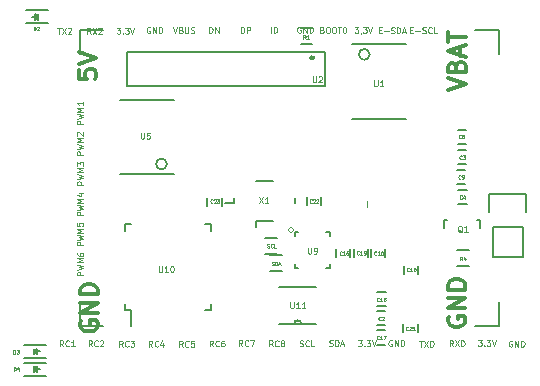
<source format=gbr>
G04 #@! TF.FileFunction,Legend,Top*
%FSLAX46Y46*%
G04 Gerber Fmt 4.6, Leading zero omitted, Abs format (unit mm)*
G04 Created by KiCad (PCBNEW 4.0.0-rc2-stable) date 6/30/2016 5:54:54 PM*
%MOMM*%
G01*
G04 APERTURE LIST*
%ADD10C,0.100000*%
%ADD11C,0.125000*%
%ADD12C,0.075000*%
%ADD13C,0.300000*%
%ADD14C,0.150000*%
%ADD15C,0.152400*%
%ADD16C,0.127000*%
%ADD17C,0.203200*%
%ADD18C,0.304800*%
G04 APERTURE END LIST*
D10*
D11*
X75892858Y-62414286D02*
X76059524Y-62414286D01*
X76130953Y-62676190D02*
X75892858Y-62676190D01*
X75892858Y-62176190D01*
X76130953Y-62176190D01*
X76345239Y-62485714D02*
X76726191Y-62485714D01*
X76940477Y-62652381D02*
X77011906Y-62676190D01*
X77130953Y-62676190D01*
X77178572Y-62652381D01*
X77202382Y-62628571D01*
X77226191Y-62580952D01*
X77226191Y-62533333D01*
X77202382Y-62485714D01*
X77178572Y-62461905D01*
X77130953Y-62438095D01*
X77035715Y-62414286D01*
X76988096Y-62390476D01*
X76964287Y-62366667D01*
X76940477Y-62319048D01*
X76940477Y-62271429D01*
X76964287Y-62223810D01*
X76988096Y-62200000D01*
X77035715Y-62176190D01*
X77154763Y-62176190D01*
X77226191Y-62200000D01*
X77726191Y-62628571D02*
X77702381Y-62652381D01*
X77630953Y-62676190D01*
X77583334Y-62676190D01*
X77511905Y-62652381D01*
X77464286Y-62604762D01*
X77440477Y-62557143D01*
X77416667Y-62461905D01*
X77416667Y-62390476D01*
X77440477Y-62295238D01*
X77464286Y-62247619D01*
X77511905Y-62200000D01*
X77583334Y-62176190D01*
X77630953Y-62176190D01*
X77702381Y-62200000D01*
X77726191Y-62223810D01*
X78178572Y-62676190D02*
X77940477Y-62676190D01*
X77940477Y-62176190D01*
X73240953Y-62424286D02*
X73407619Y-62424286D01*
X73479048Y-62686190D02*
X73240953Y-62686190D01*
X73240953Y-62186190D01*
X73479048Y-62186190D01*
X73693334Y-62495714D02*
X74074286Y-62495714D01*
X74288572Y-62662381D02*
X74360001Y-62686190D01*
X74479048Y-62686190D01*
X74526667Y-62662381D01*
X74550477Y-62638571D01*
X74574286Y-62590952D01*
X74574286Y-62543333D01*
X74550477Y-62495714D01*
X74526667Y-62471905D01*
X74479048Y-62448095D01*
X74383810Y-62424286D01*
X74336191Y-62400476D01*
X74312382Y-62376667D01*
X74288572Y-62329048D01*
X74288572Y-62281429D01*
X74312382Y-62233810D01*
X74336191Y-62210000D01*
X74383810Y-62186190D01*
X74502858Y-62186190D01*
X74574286Y-62210000D01*
X74788572Y-62686190D02*
X74788572Y-62186190D01*
X74907619Y-62186190D01*
X74979048Y-62210000D01*
X75026667Y-62257619D01*
X75050476Y-62305238D01*
X75074286Y-62400476D01*
X75074286Y-62471905D01*
X75050476Y-62567143D01*
X75026667Y-62614762D01*
X74979048Y-62662381D01*
X74907619Y-62686190D01*
X74788572Y-62686190D01*
X75264762Y-62543333D02*
X75502857Y-62543333D01*
X75217143Y-62686190D02*
X75383810Y-62186190D01*
X75550476Y-62686190D01*
X72849048Y-66666190D02*
X72849048Y-67070952D01*
X72872857Y-67118571D01*
X72896667Y-67142381D01*
X72944286Y-67166190D01*
X73039524Y-67166190D01*
X73087143Y-67142381D01*
X73110952Y-67118571D01*
X73134762Y-67070952D01*
X73134762Y-66666190D01*
X73634762Y-67166190D02*
X73349048Y-67166190D01*
X73491905Y-67166190D02*
X73491905Y-66666190D01*
X73444286Y-66737619D01*
X73396667Y-66785238D01*
X73349048Y-66809048D01*
X53079048Y-71106190D02*
X53079048Y-71510952D01*
X53102857Y-71558571D01*
X53126667Y-71582381D01*
X53174286Y-71606190D01*
X53269524Y-71606190D01*
X53317143Y-71582381D01*
X53340952Y-71558571D01*
X53364762Y-71510952D01*
X53364762Y-71106190D01*
X53840953Y-71106190D02*
X53602858Y-71106190D01*
X53579048Y-71344286D01*
X53602858Y-71320476D01*
X53650477Y-71296667D01*
X53769524Y-71296667D01*
X53817143Y-71320476D01*
X53840953Y-71344286D01*
X53864762Y-71391905D01*
X53864762Y-71510952D01*
X53840953Y-71558571D01*
X53817143Y-71582381D01*
X53769524Y-71606190D01*
X53650477Y-71606190D01*
X53602858Y-71582381D01*
X53579048Y-71558571D01*
X54620953Y-82396190D02*
X54620953Y-82800952D01*
X54644762Y-82848571D01*
X54668572Y-82872381D01*
X54716191Y-82896190D01*
X54811429Y-82896190D01*
X54859048Y-82872381D01*
X54882857Y-82848571D01*
X54906667Y-82800952D01*
X54906667Y-82396190D01*
X55406667Y-82896190D02*
X55120953Y-82896190D01*
X55263810Y-82896190D02*
X55263810Y-82396190D01*
X55216191Y-82467619D01*
X55168572Y-82515238D01*
X55120953Y-82539048D01*
X55716191Y-82396190D02*
X55763810Y-82396190D01*
X55811429Y-82420000D01*
X55835238Y-82443810D01*
X55859048Y-82491429D01*
X55882857Y-82586667D01*
X55882857Y-82705714D01*
X55859048Y-82800952D01*
X55835238Y-82848571D01*
X55811429Y-82872381D01*
X55763810Y-82896190D01*
X55716191Y-82896190D01*
X55668572Y-82872381D01*
X55644762Y-82848571D01*
X55620953Y-82800952D01*
X55597143Y-82705714D01*
X55597143Y-82586667D01*
X55620953Y-82491429D01*
X55644762Y-82443810D01*
X55668572Y-82420000D01*
X55716191Y-82396190D01*
X67649048Y-66306190D02*
X67649048Y-66710952D01*
X67672857Y-66758571D01*
X67696667Y-66782381D01*
X67744286Y-66806190D01*
X67839524Y-66806190D01*
X67887143Y-66782381D01*
X67910952Y-66758571D01*
X67934762Y-66710952D01*
X67934762Y-66306190D01*
X68149048Y-66353810D02*
X68172858Y-66330000D01*
X68220477Y-66306190D01*
X68339524Y-66306190D01*
X68387143Y-66330000D01*
X68410953Y-66353810D01*
X68434762Y-66401429D01*
X68434762Y-66449048D01*
X68410953Y-66520476D01*
X68125239Y-66806190D01*
X68434762Y-66806190D01*
X63105239Y-76536190D02*
X63438572Y-77036190D01*
X63438572Y-76536190D02*
X63105239Y-77036190D01*
X63890952Y-77036190D02*
X63605238Y-77036190D01*
X63748095Y-77036190D02*
X63748095Y-76536190D01*
X63700476Y-76607619D01*
X63652857Y-76655238D01*
X63605238Y-76679048D01*
D12*
X59167143Y-77007143D02*
X59152857Y-77021429D01*
X59110000Y-77035714D01*
X59081429Y-77035714D01*
X59038572Y-77021429D01*
X59010000Y-76992857D01*
X58995715Y-76964286D01*
X58981429Y-76907143D01*
X58981429Y-76864286D01*
X58995715Y-76807143D01*
X59010000Y-76778571D01*
X59038572Y-76750000D01*
X59081429Y-76735714D01*
X59110000Y-76735714D01*
X59152857Y-76750000D01*
X59167143Y-76764286D01*
X59281429Y-76764286D02*
X59295715Y-76750000D01*
X59324286Y-76735714D01*
X59395715Y-76735714D01*
X59424286Y-76750000D01*
X59438572Y-76764286D01*
X59452857Y-76792857D01*
X59452857Y-76821429D01*
X59438572Y-76864286D01*
X59267143Y-77035714D01*
X59452857Y-77035714D01*
X59552857Y-76735714D02*
X59738571Y-76735714D01*
X59638571Y-76850000D01*
X59681429Y-76850000D01*
X59710000Y-76864286D01*
X59724286Y-76878571D01*
X59738571Y-76907143D01*
X59738571Y-76978571D01*
X59724286Y-77007143D01*
X59710000Y-77021429D01*
X59681429Y-77035714D01*
X59595714Y-77035714D01*
X59567143Y-77021429D01*
X59552857Y-77007143D01*
X67567143Y-77017143D02*
X67552857Y-77031429D01*
X67510000Y-77045714D01*
X67481429Y-77045714D01*
X67438572Y-77031429D01*
X67410000Y-77002857D01*
X67395715Y-76974286D01*
X67381429Y-76917143D01*
X67381429Y-76874286D01*
X67395715Y-76817143D01*
X67410000Y-76788571D01*
X67438572Y-76760000D01*
X67481429Y-76745714D01*
X67510000Y-76745714D01*
X67552857Y-76760000D01*
X67567143Y-76774286D01*
X67681429Y-76774286D02*
X67695715Y-76760000D01*
X67724286Y-76745714D01*
X67795715Y-76745714D01*
X67824286Y-76760000D01*
X67838572Y-76774286D01*
X67852857Y-76802857D01*
X67852857Y-76831429D01*
X67838572Y-76874286D01*
X67667143Y-77045714D01*
X67852857Y-77045714D01*
X67967143Y-76774286D02*
X67981429Y-76760000D01*
X68010000Y-76745714D01*
X68081429Y-76745714D01*
X68110000Y-76760000D01*
X68124286Y-76774286D01*
X68138571Y-76802857D01*
X68138571Y-76831429D01*
X68124286Y-76874286D01*
X67952857Y-77045714D01*
X68138571Y-77045714D01*
D11*
X72270001Y-77366190D02*
X72270001Y-76866190D01*
X67249048Y-80836190D02*
X67249048Y-81240952D01*
X67272857Y-81288571D01*
X67296667Y-81312381D01*
X67344286Y-81336190D01*
X67439524Y-81336190D01*
X67487143Y-81312381D01*
X67510952Y-81288571D01*
X67534762Y-81240952D01*
X67534762Y-80836190D01*
X67796667Y-81336190D02*
X67891905Y-81336190D01*
X67939524Y-81312381D01*
X67963334Y-81288571D01*
X68010953Y-81217143D01*
X68034762Y-81121905D01*
X68034762Y-80931429D01*
X68010953Y-80883810D01*
X67987143Y-80860000D01*
X67939524Y-80836190D01*
X67844286Y-80836190D01*
X67796667Y-80860000D01*
X67772858Y-80883810D01*
X67749048Y-80931429D01*
X67749048Y-81050476D01*
X67772858Y-81098095D01*
X67796667Y-81121905D01*
X67844286Y-81145714D01*
X67939524Y-81145714D01*
X67987143Y-81121905D01*
X68010953Y-81098095D01*
X68034762Y-81050476D01*
X65750953Y-85456190D02*
X65750953Y-85860952D01*
X65774762Y-85908571D01*
X65798572Y-85932381D01*
X65846191Y-85956190D01*
X65941429Y-85956190D01*
X65989048Y-85932381D01*
X66012857Y-85908571D01*
X66036667Y-85860952D01*
X66036667Y-85456190D01*
X66536667Y-85956190D02*
X66250953Y-85956190D01*
X66393810Y-85956190D02*
X66393810Y-85456190D01*
X66346191Y-85527619D01*
X66298572Y-85575238D01*
X66250953Y-85599048D01*
X67012857Y-85956190D02*
X66727143Y-85956190D01*
X66870000Y-85956190D02*
X66870000Y-85456190D01*
X66822381Y-85527619D01*
X66774762Y-85575238D01*
X66727143Y-85599048D01*
D12*
X64175715Y-82311429D02*
X64218572Y-82325714D01*
X64290001Y-82325714D01*
X64318572Y-82311429D01*
X64332858Y-82297143D01*
X64347143Y-82268571D01*
X64347143Y-82240000D01*
X64332858Y-82211429D01*
X64318572Y-82197143D01*
X64290001Y-82182857D01*
X64232858Y-82168571D01*
X64204286Y-82154286D01*
X64190001Y-82140000D01*
X64175715Y-82111429D01*
X64175715Y-82082857D01*
X64190001Y-82054286D01*
X64204286Y-82040000D01*
X64232858Y-82025714D01*
X64304286Y-82025714D01*
X64347143Y-82040000D01*
X64475715Y-82325714D02*
X64475715Y-82025714D01*
X64547143Y-82025714D01*
X64590000Y-82040000D01*
X64618572Y-82068571D01*
X64632857Y-82097143D01*
X64647143Y-82154286D01*
X64647143Y-82197143D01*
X64632857Y-82254286D01*
X64618572Y-82282857D01*
X64590000Y-82311429D01*
X64547143Y-82325714D01*
X64475715Y-82325714D01*
X64761429Y-82240000D02*
X64904286Y-82240000D01*
X64732857Y-82325714D02*
X64832857Y-82025714D01*
X64932857Y-82325714D01*
X63792858Y-80821429D02*
X63835715Y-80835714D01*
X63907144Y-80835714D01*
X63935715Y-80821429D01*
X63950001Y-80807143D01*
X63964286Y-80778571D01*
X63964286Y-80750000D01*
X63950001Y-80721429D01*
X63935715Y-80707143D01*
X63907144Y-80692857D01*
X63850001Y-80678571D01*
X63821429Y-80664286D01*
X63807144Y-80650000D01*
X63792858Y-80621429D01*
X63792858Y-80592857D01*
X63807144Y-80564286D01*
X63821429Y-80550000D01*
X63850001Y-80535714D01*
X63921429Y-80535714D01*
X63964286Y-80550000D01*
X64264286Y-80807143D02*
X64250000Y-80821429D01*
X64207143Y-80835714D01*
X64178572Y-80835714D01*
X64135715Y-80821429D01*
X64107143Y-80792857D01*
X64092858Y-80764286D01*
X64078572Y-80707143D01*
X64078572Y-80664286D01*
X64092858Y-80607143D01*
X64107143Y-80578571D01*
X64135715Y-80550000D01*
X64178572Y-80535714D01*
X64207143Y-80535714D01*
X64250000Y-80550000D01*
X64264286Y-80564286D01*
X64535715Y-80835714D02*
X64392858Y-80835714D01*
X64392858Y-80535714D01*
X75737143Y-87787143D02*
X75722857Y-87801429D01*
X75680000Y-87815714D01*
X75651429Y-87815714D01*
X75608572Y-87801429D01*
X75580000Y-87772857D01*
X75565715Y-87744286D01*
X75551429Y-87687143D01*
X75551429Y-87644286D01*
X75565715Y-87587143D01*
X75580000Y-87558571D01*
X75608572Y-87530000D01*
X75651429Y-87515714D01*
X75680000Y-87515714D01*
X75722857Y-87530000D01*
X75737143Y-87544286D01*
X75851429Y-87544286D02*
X75865715Y-87530000D01*
X75894286Y-87515714D01*
X75965715Y-87515714D01*
X75994286Y-87530000D01*
X76008572Y-87544286D01*
X76022857Y-87572857D01*
X76022857Y-87601429D01*
X76008572Y-87644286D01*
X75837143Y-87815714D01*
X76022857Y-87815714D01*
X76308571Y-87815714D02*
X76137143Y-87815714D01*
X76222857Y-87815714D02*
X76222857Y-87515714D01*
X76194286Y-87558571D01*
X76165714Y-87587143D01*
X76137143Y-87601429D01*
X73257143Y-88577143D02*
X73242857Y-88591429D01*
X73200000Y-88605714D01*
X73171429Y-88605714D01*
X73128572Y-88591429D01*
X73100000Y-88562857D01*
X73085715Y-88534286D01*
X73071429Y-88477143D01*
X73071429Y-88434286D01*
X73085715Y-88377143D01*
X73100000Y-88348571D01*
X73128572Y-88320000D01*
X73171429Y-88305714D01*
X73200000Y-88305714D01*
X73242857Y-88320000D01*
X73257143Y-88334286D01*
X73542857Y-88605714D02*
X73371429Y-88605714D01*
X73457143Y-88605714D02*
X73457143Y-88305714D01*
X73428572Y-88348571D01*
X73400000Y-88377143D01*
X73371429Y-88391429D01*
X73642857Y-88305714D02*
X73842857Y-88305714D01*
X73714286Y-88605714D01*
X73400000Y-86957143D02*
X73385714Y-86971429D01*
X73342857Y-86985714D01*
X73314286Y-86985714D01*
X73271429Y-86971429D01*
X73242857Y-86942857D01*
X73228572Y-86914286D01*
X73214286Y-86857143D01*
X73214286Y-86814286D01*
X73228572Y-86757143D01*
X73242857Y-86728571D01*
X73271429Y-86700000D01*
X73314286Y-86685714D01*
X73342857Y-86685714D01*
X73385714Y-86700000D01*
X73400000Y-86714286D01*
X73514286Y-86714286D02*
X73528572Y-86700000D01*
X73557143Y-86685714D01*
X73628572Y-86685714D01*
X73657143Y-86700000D01*
X73671429Y-86714286D01*
X73685714Y-86742857D01*
X73685714Y-86771429D01*
X73671429Y-86814286D01*
X73500000Y-86985714D01*
X73685714Y-86985714D01*
X73247143Y-85337143D02*
X73232857Y-85351429D01*
X73190000Y-85365714D01*
X73161429Y-85365714D01*
X73118572Y-85351429D01*
X73090000Y-85322857D01*
X73075715Y-85294286D01*
X73061429Y-85237143D01*
X73061429Y-85194286D01*
X73075715Y-85137143D01*
X73090000Y-85108571D01*
X73118572Y-85080000D01*
X73161429Y-85065714D01*
X73190000Y-85065714D01*
X73232857Y-85080000D01*
X73247143Y-85094286D01*
X73532857Y-85365714D02*
X73361429Y-85365714D01*
X73447143Y-85365714D02*
X73447143Y-85065714D01*
X73418572Y-85108571D01*
X73390000Y-85137143D01*
X73361429Y-85151429D01*
X73704286Y-85194286D02*
X73675714Y-85180000D01*
X73661429Y-85165714D01*
X73647143Y-85137143D01*
X73647143Y-85122857D01*
X73661429Y-85094286D01*
X73675714Y-85080000D01*
X73704286Y-85065714D01*
X73761429Y-85065714D01*
X73790000Y-85080000D01*
X73804286Y-85094286D01*
X73818571Y-85122857D01*
X73818571Y-85137143D01*
X73804286Y-85165714D01*
X73790000Y-85180000D01*
X73761429Y-85194286D01*
X73704286Y-85194286D01*
X73675714Y-85208571D01*
X73661429Y-85222857D01*
X73647143Y-85251429D01*
X73647143Y-85308571D01*
X73661429Y-85337143D01*
X73675714Y-85351429D01*
X73704286Y-85365714D01*
X73761429Y-85365714D01*
X73790000Y-85351429D01*
X73804286Y-85337143D01*
X73818571Y-85308571D01*
X73818571Y-85251429D01*
X73804286Y-85222857D01*
X73790000Y-85208571D01*
X73761429Y-85194286D01*
X70107143Y-81427143D02*
X70092857Y-81441429D01*
X70050000Y-81455714D01*
X70021429Y-81455714D01*
X69978572Y-81441429D01*
X69950000Y-81412857D01*
X69935715Y-81384286D01*
X69921429Y-81327143D01*
X69921429Y-81284286D01*
X69935715Y-81227143D01*
X69950000Y-81198571D01*
X69978572Y-81170000D01*
X70021429Y-81155714D01*
X70050000Y-81155714D01*
X70092857Y-81170000D01*
X70107143Y-81184286D01*
X70392857Y-81455714D02*
X70221429Y-81455714D01*
X70307143Y-81455714D02*
X70307143Y-81155714D01*
X70278572Y-81198571D01*
X70250000Y-81227143D01*
X70221429Y-81241429D01*
X70650000Y-81155714D02*
X70592857Y-81155714D01*
X70564286Y-81170000D01*
X70550000Y-81184286D01*
X70521429Y-81227143D01*
X70507143Y-81284286D01*
X70507143Y-81398571D01*
X70521429Y-81427143D01*
X70535714Y-81441429D01*
X70564286Y-81455714D01*
X70621429Y-81455714D01*
X70650000Y-81441429D01*
X70664286Y-81427143D01*
X70678571Y-81398571D01*
X70678571Y-81327143D01*
X70664286Y-81298571D01*
X70650000Y-81284286D01*
X70621429Y-81270000D01*
X70564286Y-81270000D01*
X70535714Y-81284286D01*
X70521429Y-81298571D01*
X70507143Y-81327143D01*
X71567143Y-81397143D02*
X71552857Y-81411429D01*
X71510000Y-81425714D01*
X71481429Y-81425714D01*
X71438572Y-81411429D01*
X71410000Y-81382857D01*
X71395715Y-81354286D01*
X71381429Y-81297143D01*
X71381429Y-81254286D01*
X71395715Y-81197143D01*
X71410000Y-81168571D01*
X71438572Y-81140000D01*
X71481429Y-81125714D01*
X71510000Y-81125714D01*
X71552857Y-81140000D01*
X71567143Y-81154286D01*
X71852857Y-81425714D02*
X71681429Y-81425714D01*
X71767143Y-81425714D02*
X71767143Y-81125714D01*
X71738572Y-81168571D01*
X71710000Y-81197143D01*
X71681429Y-81211429D01*
X71995714Y-81425714D02*
X72052857Y-81425714D01*
X72081429Y-81411429D01*
X72095714Y-81397143D01*
X72124286Y-81354286D01*
X72138571Y-81297143D01*
X72138571Y-81182857D01*
X72124286Y-81154286D01*
X72110000Y-81140000D01*
X72081429Y-81125714D01*
X72024286Y-81125714D01*
X71995714Y-81140000D01*
X71981429Y-81154286D01*
X71967143Y-81182857D01*
X71967143Y-81254286D01*
X71981429Y-81282857D01*
X71995714Y-81297143D01*
X72024286Y-81311429D01*
X72081429Y-81311429D01*
X72110000Y-81297143D01*
X72124286Y-81282857D01*
X72138571Y-81254286D01*
X73027143Y-81427143D02*
X73012857Y-81441429D01*
X72970000Y-81455714D01*
X72941429Y-81455714D01*
X72898572Y-81441429D01*
X72870000Y-81412857D01*
X72855715Y-81384286D01*
X72841429Y-81327143D01*
X72841429Y-81284286D01*
X72855715Y-81227143D01*
X72870000Y-81198571D01*
X72898572Y-81170000D01*
X72941429Y-81155714D01*
X72970000Y-81155714D01*
X73012857Y-81170000D01*
X73027143Y-81184286D01*
X73312857Y-81455714D02*
X73141429Y-81455714D01*
X73227143Y-81455714D02*
X73227143Y-81155714D01*
X73198572Y-81198571D01*
X73170000Y-81227143D01*
X73141429Y-81241429D01*
X73498571Y-81155714D02*
X73527143Y-81155714D01*
X73555714Y-81170000D01*
X73570000Y-81184286D01*
X73584286Y-81212857D01*
X73598571Y-81270000D01*
X73598571Y-81341429D01*
X73584286Y-81398571D01*
X73570000Y-81427143D01*
X73555714Y-81441429D01*
X73527143Y-81455714D01*
X73498571Y-81455714D01*
X73470000Y-81441429D01*
X73455714Y-81427143D01*
X73441429Y-81398571D01*
X73427143Y-81341429D01*
X73427143Y-81270000D01*
X73441429Y-81212857D01*
X73455714Y-81184286D01*
X73470000Y-81170000D01*
X73498571Y-81155714D01*
X75787143Y-82827143D02*
X75772857Y-82841429D01*
X75730000Y-82855714D01*
X75701429Y-82855714D01*
X75658572Y-82841429D01*
X75630000Y-82812857D01*
X75615715Y-82784286D01*
X75601429Y-82727143D01*
X75601429Y-82684286D01*
X75615715Y-82627143D01*
X75630000Y-82598571D01*
X75658572Y-82570000D01*
X75701429Y-82555714D01*
X75730000Y-82555714D01*
X75772857Y-82570000D01*
X75787143Y-82584286D01*
X76072857Y-82855714D02*
X75901429Y-82855714D01*
X75987143Y-82855714D02*
X75987143Y-82555714D01*
X75958572Y-82598571D01*
X75930000Y-82627143D01*
X75901429Y-82641429D01*
X76258571Y-82555714D02*
X76287143Y-82555714D01*
X76315714Y-82570000D01*
X76330000Y-82584286D01*
X76344286Y-82612857D01*
X76358571Y-82670000D01*
X76358571Y-82741429D01*
X76344286Y-82798571D01*
X76330000Y-82827143D01*
X76315714Y-82841429D01*
X76287143Y-82855714D01*
X76258571Y-82855714D01*
X76230000Y-82841429D01*
X76215714Y-82827143D01*
X76201429Y-82798571D01*
X76187143Y-82741429D01*
X76187143Y-82670000D01*
X76201429Y-82612857D01*
X76215714Y-82584286D01*
X76230000Y-82570000D01*
X76258571Y-82555714D01*
X67040000Y-63165714D02*
X66940000Y-63022857D01*
X66868572Y-63165714D02*
X66868572Y-62865714D01*
X66982857Y-62865714D01*
X67011429Y-62880000D01*
X67025714Y-62894286D01*
X67040000Y-62922857D01*
X67040000Y-62965714D01*
X67025714Y-62994286D01*
X67011429Y-63008571D01*
X66982857Y-63022857D01*
X66868572Y-63022857D01*
X67325714Y-63165714D02*
X67154286Y-63165714D01*
X67240000Y-63165714D02*
X67240000Y-62865714D01*
X67211429Y-62908571D01*
X67182857Y-62937143D01*
X67154286Y-62951429D01*
X80310000Y-81915714D02*
X80210000Y-81772857D01*
X80138572Y-81915714D02*
X80138572Y-81615714D01*
X80252857Y-81615714D01*
X80281429Y-81630000D01*
X80295714Y-81644286D01*
X80310000Y-81672857D01*
X80310000Y-81715714D01*
X80295714Y-81744286D01*
X80281429Y-81758571D01*
X80252857Y-81772857D01*
X80138572Y-81772857D01*
X80567143Y-81715714D02*
X80567143Y-81915714D01*
X80495714Y-81601429D02*
X80424286Y-81815714D01*
X80610000Y-81815714D01*
D11*
X80312381Y-79533810D02*
X80264762Y-79510000D01*
X80217143Y-79462381D01*
X80145714Y-79390952D01*
X80098095Y-79367143D01*
X80050476Y-79367143D01*
X80074286Y-79486190D02*
X80026667Y-79462381D01*
X79979048Y-79414762D01*
X79955238Y-79319524D01*
X79955238Y-79152857D01*
X79979048Y-79057619D01*
X80026667Y-79010000D01*
X80074286Y-78986190D01*
X80169524Y-78986190D01*
X80217143Y-79010000D01*
X80264762Y-79057619D01*
X80288571Y-79152857D01*
X80288571Y-79319524D01*
X80264762Y-79414762D01*
X80217143Y-79462381D01*
X80169524Y-79486190D01*
X80074286Y-79486190D01*
X80764762Y-79486190D02*
X80479048Y-79486190D01*
X80621905Y-79486190D02*
X80621905Y-78986190D01*
X80574286Y-79057619D01*
X80526667Y-79105238D01*
X80479048Y-79129048D01*
D12*
X80270000Y-76667143D02*
X80255714Y-76681429D01*
X80212857Y-76695714D01*
X80184286Y-76695714D01*
X80141429Y-76681429D01*
X80112857Y-76652857D01*
X80098572Y-76624286D01*
X80084286Y-76567143D01*
X80084286Y-76524286D01*
X80098572Y-76467143D01*
X80112857Y-76438571D01*
X80141429Y-76410000D01*
X80184286Y-76395714D01*
X80212857Y-76395714D01*
X80255714Y-76410000D01*
X80270000Y-76424286D01*
X80527143Y-76495714D02*
X80527143Y-76695714D01*
X80455714Y-76381429D02*
X80384286Y-76595714D01*
X80570000Y-76595714D01*
X80170000Y-74977143D02*
X80155714Y-74991429D01*
X80112857Y-75005714D01*
X80084286Y-75005714D01*
X80041429Y-74991429D01*
X80012857Y-74962857D01*
X79998572Y-74934286D01*
X79984286Y-74877143D01*
X79984286Y-74834286D01*
X79998572Y-74777143D01*
X80012857Y-74748571D01*
X80041429Y-74720000D01*
X80084286Y-74705714D01*
X80112857Y-74705714D01*
X80155714Y-74720000D01*
X80170000Y-74734286D01*
X80312857Y-75005714D02*
X80370000Y-75005714D01*
X80398572Y-74991429D01*
X80412857Y-74977143D01*
X80441429Y-74934286D01*
X80455714Y-74877143D01*
X80455714Y-74762857D01*
X80441429Y-74734286D01*
X80427143Y-74720000D01*
X80398572Y-74705714D01*
X80341429Y-74705714D01*
X80312857Y-74720000D01*
X80298572Y-74734286D01*
X80284286Y-74762857D01*
X80284286Y-74834286D01*
X80298572Y-74862857D01*
X80312857Y-74877143D01*
X80341429Y-74891429D01*
X80398572Y-74891429D01*
X80427143Y-74877143D01*
X80441429Y-74862857D01*
X80455714Y-74834286D01*
X80250000Y-73307143D02*
X80235714Y-73321429D01*
X80192857Y-73335714D01*
X80164286Y-73335714D01*
X80121429Y-73321429D01*
X80092857Y-73292857D01*
X80078572Y-73264286D01*
X80064286Y-73207143D01*
X80064286Y-73164286D01*
X80078572Y-73107143D01*
X80092857Y-73078571D01*
X80121429Y-73050000D01*
X80164286Y-73035714D01*
X80192857Y-73035714D01*
X80235714Y-73050000D01*
X80250000Y-73064286D01*
X80350000Y-73035714D02*
X80535714Y-73035714D01*
X80435714Y-73150000D01*
X80478572Y-73150000D01*
X80507143Y-73164286D01*
X80521429Y-73178571D01*
X80535714Y-73207143D01*
X80535714Y-73278571D01*
X80521429Y-73307143D01*
X80507143Y-73321429D01*
X80478572Y-73335714D01*
X80392857Y-73335714D01*
X80364286Y-73321429D01*
X80350000Y-73307143D01*
X80200000Y-71537143D02*
X80185714Y-71551429D01*
X80142857Y-71565714D01*
X80114286Y-71565714D01*
X80071429Y-71551429D01*
X80042857Y-71522857D01*
X80028572Y-71494286D01*
X80014286Y-71437143D01*
X80014286Y-71394286D01*
X80028572Y-71337143D01*
X80042857Y-71308571D01*
X80071429Y-71280000D01*
X80114286Y-71265714D01*
X80142857Y-71265714D01*
X80185714Y-71280000D01*
X80200000Y-71294286D01*
X80457143Y-71265714D02*
X80400000Y-71265714D01*
X80371429Y-71280000D01*
X80357143Y-71294286D01*
X80328572Y-71337143D01*
X80314286Y-71394286D01*
X80314286Y-71508571D01*
X80328572Y-71537143D01*
X80342857Y-71551429D01*
X80371429Y-71565714D01*
X80428572Y-71565714D01*
X80457143Y-71551429D01*
X80471429Y-71537143D01*
X80485714Y-71508571D01*
X80485714Y-71437143D01*
X80471429Y-71408571D01*
X80457143Y-71394286D01*
X80428572Y-71380000D01*
X80371429Y-71380000D01*
X80342857Y-71394286D01*
X80328572Y-71408571D01*
X80314286Y-71437143D01*
X42328572Y-91250714D02*
X42328572Y-90950714D01*
X42400000Y-90950714D01*
X42442857Y-90965000D01*
X42471429Y-90993571D01*
X42485714Y-91022143D01*
X42500000Y-91079286D01*
X42500000Y-91122143D01*
X42485714Y-91179286D01*
X42471429Y-91207857D01*
X42442857Y-91236429D01*
X42400000Y-91250714D01*
X42328572Y-91250714D01*
X42757143Y-91050714D02*
X42757143Y-91250714D01*
X42685714Y-90936429D02*
X42614286Y-91150714D01*
X42800000Y-91150714D01*
X42298572Y-89825714D02*
X42298572Y-89525714D01*
X42370000Y-89525714D01*
X42412857Y-89540000D01*
X42441429Y-89568571D01*
X42455714Y-89597143D01*
X42470000Y-89654286D01*
X42470000Y-89697143D01*
X42455714Y-89754286D01*
X42441429Y-89782857D01*
X42412857Y-89811429D01*
X42370000Y-89825714D01*
X42298572Y-89825714D01*
X42570000Y-89525714D02*
X42755714Y-89525714D01*
X42655714Y-89640000D01*
X42698572Y-89640000D01*
X42727143Y-89654286D01*
X42741429Y-89668571D01*
X42755714Y-89697143D01*
X42755714Y-89768571D01*
X42741429Y-89797143D01*
X42727143Y-89811429D01*
X42698572Y-89825714D01*
X42612857Y-89825714D01*
X42584286Y-89811429D01*
X42570000Y-89797143D01*
X44018572Y-62435714D02*
X44018572Y-62135714D01*
X44090000Y-62135714D01*
X44132857Y-62150000D01*
X44161429Y-62178571D01*
X44175714Y-62207143D01*
X44190000Y-62264286D01*
X44190000Y-62307143D01*
X44175714Y-62364286D01*
X44161429Y-62392857D01*
X44132857Y-62421429D01*
X44090000Y-62435714D01*
X44018572Y-62435714D01*
X44304286Y-62164286D02*
X44318572Y-62150000D01*
X44347143Y-62135714D01*
X44418572Y-62135714D01*
X44447143Y-62150000D01*
X44461429Y-62164286D01*
X44475714Y-62192857D01*
X44475714Y-62221429D01*
X44461429Y-62264286D01*
X44290000Y-62435714D01*
X44475714Y-62435714D01*
D13*
X79150000Y-86672857D02*
X79078571Y-86815714D01*
X79078571Y-87030000D01*
X79150000Y-87244285D01*
X79292857Y-87387143D01*
X79435714Y-87458571D01*
X79721429Y-87530000D01*
X79935714Y-87530000D01*
X80221429Y-87458571D01*
X80364286Y-87387143D01*
X80507143Y-87244285D01*
X80578571Y-87030000D01*
X80578571Y-86887143D01*
X80507143Y-86672857D01*
X80435714Y-86601428D01*
X79935714Y-86601428D01*
X79935714Y-86887143D01*
X80578571Y-85958571D02*
X79078571Y-85958571D01*
X80578571Y-85101428D01*
X79078571Y-85101428D01*
X80578571Y-84387142D02*
X79078571Y-84387142D01*
X79078571Y-84029999D01*
X79150000Y-83815714D01*
X79292857Y-83672856D01*
X79435714Y-83601428D01*
X79721429Y-83529999D01*
X79935714Y-83529999D01*
X80221429Y-83601428D01*
X80364286Y-83672856D01*
X80507143Y-83815714D01*
X80578571Y-84029999D01*
X80578571Y-84387142D01*
X79088571Y-67504285D02*
X80588571Y-67004285D01*
X79088571Y-66504285D01*
X79802857Y-65504285D02*
X79874286Y-65289999D01*
X79945714Y-65218571D01*
X80088571Y-65147142D01*
X80302857Y-65147142D01*
X80445714Y-65218571D01*
X80517143Y-65289999D01*
X80588571Y-65432857D01*
X80588571Y-66004285D01*
X79088571Y-66004285D01*
X79088571Y-65504285D01*
X79160000Y-65361428D01*
X79231429Y-65289999D01*
X79374286Y-65218571D01*
X79517143Y-65218571D01*
X79660000Y-65289999D01*
X79731429Y-65361428D01*
X79802857Y-65504285D01*
X79802857Y-66004285D01*
X80160000Y-64575714D02*
X80160000Y-63861428D01*
X80588571Y-64718571D02*
X79088571Y-64218571D01*
X80588571Y-63718571D01*
X79088571Y-63432857D02*
X79088571Y-62575714D01*
X80588571Y-63004285D02*
X79088571Y-63004285D01*
D11*
X84539047Y-88740000D02*
X84491428Y-88716190D01*
X84420000Y-88716190D01*
X84348571Y-88740000D01*
X84300952Y-88787619D01*
X84277143Y-88835238D01*
X84253333Y-88930476D01*
X84253333Y-89001905D01*
X84277143Y-89097143D01*
X84300952Y-89144762D01*
X84348571Y-89192381D01*
X84420000Y-89216190D01*
X84467619Y-89216190D01*
X84539047Y-89192381D01*
X84562857Y-89168571D01*
X84562857Y-89001905D01*
X84467619Y-89001905D01*
X84777143Y-89216190D02*
X84777143Y-88716190D01*
X85062857Y-89216190D01*
X85062857Y-88716190D01*
X85300953Y-89216190D02*
X85300953Y-88716190D01*
X85420000Y-88716190D01*
X85491429Y-88740000D01*
X85539048Y-88787619D01*
X85562857Y-88835238D01*
X85586667Y-88930476D01*
X85586667Y-89001905D01*
X85562857Y-89097143D01*
X85539048Y-89144762D01*
X85491429Y-89192381D01*
X85420000Y-89216190D01*
X85300953Y-89216190D01*
X81651906Y-88656190D02*
X81961429Y-88656190D01*
X81794763Y-88846667D01*
X81866191Y-88846667D01*
X81913810Y-88870476D01*
X81937620Y-88894286D01*
X81961429Y-88941905D01*
X81961429Y-89060952D01*
X81937620Y-89108571D01*
X81913810Y-89132381D01*
X81866191Y-89156190D01*
X81723334Y-89156190D01*
X81675715Y-89132381D01*
X81651906Y-89108571D01*
X82175715Y-89108571D02*
X82199524Y-89132381D01*
X82175715Y-89156190D01*
X82151905Y-89132381D01*
X82175715Y-89108571D01*
X82175715Y-89156190D01*
X82366191Y-88656190D02*
X82675714Y-88656190D01*
X82509048Y-88846667D01*
X82580476Y-88846667D01*
X82628095Y-88870476D01*
X82651905Y-88894286D01*
X82675714Y-88941905D01*
X82675714Y-89060952D01*
X82651905Y-89108571D01*
X82628095Y-89132381D01*
X82580476Y-89156190D01*
X82437619Y-89156190D01*
X82390000Y-89132381D01*
X82366191Y-89108571D01*
X82818571Y-88656190D02*
X82985238Y-89156190D01*
X83151904Y-88656190D01*
X79526667Y-89186190D02*
X79360000Y-88948095D01*
X79240953Y-89186190D02*
X79240953Y-88686190D01*
X79431429Y-88686190D01*
X79479048Y-88710000D01*
X79502857Y-88733810D01*
X79526667Y-88781429D01*
X79526667Y-88852857D01*
X79502857Y-88900476D01*
X79479048Y-88924286D01*
X79431429Y-88948095D01*
X79240953Y-88948095D01*
X79693334Y-88686190D02*
X80026667Y-89186190D01*
X80026667Y-88686190D02*
X79693334Y-89186190D01*
X80217143Y-89186190D02*
X80217143Y-88686190D01*
X80336190Y-88686190D01*
X80407619Y-88710000D01*
X80455238Y-88757619D01*
X80479047Y-88805238D01*
X80502857Y-88900476D01*
X80502857Y-88971905D01*
X80479047Y-89067143D01*
X80455238Y-89114762D01*
X80407619Y-89162381D01*
X80336190Y-89186190D01*
X80217143Y-89186190D01*
X76679048Y-88716190D02*
X76964762Y-88716190D01*
X76821905Y-89216190D02*
X76821905Y-88716190D01*
X77083810Y-88716190D02*
X77417143Y-89216190D01*
X77417143Y-88716190D02*
X77083810Y-89216190D01*
X77607619Y-89216190D02*
X77607619Y-88716190D01*
X77726666Y-88716190D01*
X77798095Y-88740000D01*
X77845714Y-88787619D01*
X77869523Y-88835238D01*
X77893333Y-88930476D01*
X77893333Y-89001905D01*
X77869523Y-89097143D01*
X77845714Y-89144762D01*
X77798095Y-89192381D01*
X77726666Y-89216190D01*
X77607619Y-89216190D01*
X74349047Y-88700000D02*
X74301428Y-88676190D01*
X74230000Y-88676190D01*
X74158571Y-88700000D01*
X74110952Y-88747619D01*
X74087143Y-88795238D01*
X74063333Y-88890476D01*
X74063333Y-88961905D01*
X74087143Y-89057143D01*
X74110952Y-89104762D01*
X74158571Y-89152381D01*
X74230000Y-89176190D01*
X74277619Y-89176190D01*
X74349047Y-89152381D01*
X74372857Y-89128571D01*
X74372857Y-88961905D01*
X74277619Y-88961905D01*
X74587143Y-89176190D02*
X74587143Y-88676190D01*
X74872857Y-89176190D01*
X74872857Y-88676190D01*
X75110953Y-89176190D02*
X75110953Y-88676190D01*
X75230000Y-88676190D01*
X75301429Y-88700000D01*
X75349048Y-88747619D01*
X75372857Y-88795238D01*
X75396667Y-88890476D01*
X75396667Y-88961905D01*
X75372857Y-89057143D01*
X75349048Y-89104762D01*
X75301429Y-89152381D01*
X75230000Y-89176190D01*
X75110953Y-89176190D01*
X71491906Y-88696190D02*
X71801429Y-88696190D01*
X71634763Y-88886667D01*
X71706191Y-88886667D01*
X71753810Y-88910476D01*
X71777620Y-88934286D01*
X71801429Y-88981905D01*
X71801429Y-89100952D01*
X71777620Y-89148571D01*
X71753810Y-89172381D01*
X71706191Y-89196190D01*
X71563334Y-89196190D01*
X71515715Y-89172381D01*
X71491906Y-89148571D01*
X72015715Y-89148571D02*
X72039524Y-89172381D01*
X72015715Y-89196190D01*
X71991905Y-89172381D01*
X72015715Y-89148571D01*
X72015715Y-89196190D01*
X72206191Y-88696190D02*
X72515714Y-88696190D01*
X72349048Y-88886667D01*
X72420476Y-88886667D01*
X72468095Y-88910476D01*
X72491905Y-88934286D01*
X72515714Y-88981905D01*
X72515714Y-89100952D01*
X72491905Y-89148571D01*
X72468095Y-89172381D01*
X72420476Y-89196190D01*
X72277619Y-89196190D01*
X72230000Y-89172381D01*
X72206191Y-89148571D01*
X72658571Y-88696190D02*
X72825238Y-89196190D01*
X72991904Y-88696190D01*
X69062858Y-89132381D02*
X69134287Y-89156190D01*
X69253334Y-89156190D01*
X69300953Y-89132381D01*
X69324763Y-89108571D01*
X69348572Y-89060952D01*
X69348572Y-89013333D01*
X69324763Y-88965714D01*
X69300953Y-88941905D01*
X69253334Y-88918095D01*
X69158096Y-88894286D01*
X69110477Y-88870476D01*
X69086668Y-88846667D01*
X69062858Y-88799048D01*
X69062858Y-88751429D01*
X69086668Y-88703810D01*
X69110477Y-88680000D01*
X69158096Y-88656190D01*
X69277144Y-88656190D01*
X69348572Y-88680000D01*
X69562858Y-89156190D02*
X69562858Y-88656190D01*
X69681905Y-88656190D01*
X69753334Y-88680000D01*
X69800953Y-88727619D01*
X69824762Y-88775238D01*
X69848572Y-88870476D01*
X69848572Y-88941905D01*
X69824762Y-89037143D01*
X69800953Y-89084762D01*
X69753334Y-89132381D01*
X69681905Y-89156190D01*
X69562858Y-89156190D01*
X70039048Y-89013333D02*
X70277143Y-89013333D01*
X69991429Y-89156190D02*
X70158096Y-88656190D01*
X70324762Y-89156190D01*
X66544762Y-89162381D02*
X66616191Y-89186190D01*
X66735238Y-89186190D01*
X66782857Y-89162381D01*
X66806667Y-89138571D01*
X66830476Y-89090952D01*
X66830476Y-89043333D01*
X66806667Y-88995714D01*
X66782857Y-88971905D01*
X66735238Y-88948095D01*
X66640000Y-88924286D01*
X66592381Y-88900476D01*
X66568572Y-88876667D01*
X66544762Y-88829048D01*
X66544762Y-88781429D01*
X66568572Y-88733810D01*
X66592381Y-88710000D01*
X66640000Y-88686190D01*
X66759048Y-88686190D01*
X66830476Y-88710000D01*
X67330476Y-89138571D02*
X67306666Y-89162381D01*
X67235238Y-89186190D01*
X67187619Y-89186190D01*
X67116190Y-89162381D01*
X67068571Y-89114762D01*
X67044762Y-89067143D01*
X67020952Y-88971905D01*
X67020952Y-88900476D01*
X67044762Y-88805238D01*
X67068571Y-88757619D01*
X67116190Y-88710000D01*
X67187619Y-88686190D01*
X67235238Y-88686190D01*
X67306666Y-88710000D01*
X67330476Y-88733810D01*
X67782857Y-89186190D02*
X67544762Y-89186190D01*
X67544762Y-88686190D01*
X64256667Y-89196190D02*
X64090000Y-88958095D01*
X63970953Y-89196190D02*
X63970953Y-88696190D01*
X64161429Y-88696190D01*
X64209048Y-88720000D01*
X64232857Y-88743810D01*
X64256667Y-88791429D01*
X64256667Y-88862857D01*
X64232857Y-88910476D01*
X64209048Y-88934286D01*
X64161429Y-88958095D01*
X63970953Y-88958095D01*
X64756667Y-89148571D02*
X64732857Y-89172381D01*
X64661429Y-89196190D01*
X64613810Y-89196190D01*
X64542381Y-89172381D01*
X64494762Y-89124762D01*
X64470953Y-89077143D01*
X64447143Y-88981905D01*
X64447143Y-88910476D01*
X64470953Y-88815238D01*
X64494762Y-88767619D01*
X64542381Y-88720000D01*
X64613810Y-88696190D01*
X64661429Y-88696190D01*
X64732857Y-88720000D01*
X64756667Y-88743810D01*
X65042381Y-88910476D02*
X64994762Y-88886667D01*
X64970953Y-88862857D01*
X64947143Y-88815238D01*
X64947143Y-88791429D01*
X64970953Y-88743810D01*
X64994762Y-88720000D01*
X65042381Y-88696190D01*
X65137619Y-88696190D01*
X65185238Y-88720000D01*
X65209048Y-88743810D01*
X65232857Y-88791429D01*
X65232857Y-88815238D01*
X65209048Y-88862857D01*
X65185238Y-88886667D01*
X65137619Y-88910476D01*
X65042381Y-88910476D01*
X64994762Y-88934286D01*
X64970953Y-88958095D01*
X64947143Y-89005714D01*
X64947143Y-89100952D01*
X64970953Y-89148571D01*
X64994762Y-89172381D01*
X65042381Y-89196190D01*
X65137619Y-89196190D01*
X65185238Y-89172381D01*
X65209048Y-89148571D01*
X65232857Y-89100952D01*
X65232857Y-89005714D01*
X65209048Y-88958095D01*
X65185238Y-88934286D01*
X65137619Y-88910476D01*
X61696667Y-89176190D02*
X61530000Y-88938095D01*
X61410953Y-89176190D02*
X61410953Y-88676190D01*
X61601429Y-88676190D01*
X61649048Y-88700000D01*
X61672857Y-88723810D01*
X61696667Y-88771429D01*
X61696667Y-88842857D01*
X61672857Y-88890476D01*
X61649048Y-88914286D01*
X61601429Y-88938095D01*
X61410953Y-88938095D01*
X62196667Y-89128571D02*
X62172857Y-89152381D01*
X62101429Y-89176190D01*
X62053810Y-89176190D01*
X61982381Y-89152381D01*
X61934762Y-89104762D01*
X61910953Y-89057143D01*
X61887143Y-88961905D01*
X61887143Y-88890476D01*
X61910953Y-88795238D01*
X61934762Y-88747619D01*
X61982381Y-88700000D01*
X62053810Y-88676190D01*
X62101429Y-88676190D01*
X62172857Y-88700000D01*
X62196667Y-88723810D01*
X62363334Y-88676190D02*
X62696667Y-88676190D01*
X62482381Y-89176190D01*
X59206667Y-89206190D02*
X59040000Y-88968095D01*
X58920953Y-89206190D02*
X58920953Y-88706190D01*
X59111429Y-88706190D01*
X59159048Y-88730000D01*
X59182857Y-88753810D01*
X59206667Y-88801429D01*
X59206667Y-88872857D01*
X59182857Y-88920476D01*
X59159048Y-88944286D01*
X59111429Y-88968095D01*
X58920953Y-88968095D01*
X59706667Y-89158571D02*
X59682857Y-89182381D01*
X59611429Y-89206190D01*
X59563810Y-89206190D01*
X59492381Y-89182381D01*
X59444762Y-89134762D01*
X59420953Y-89087143D01*
X59397143Y-88991905D01*
X59397143Y-88920476D01*
X59420953Y-88825238D01*
X59444762Y-88777619D01*
X59492381Y-88730000D01*
X59563810Y-88706190D01*
X59611429Y-88706190D01*
X59682857Y-88730000D01*
X59706667Y-88753810D01*
X60135238Y-88706190D02*
X60040000Y-88706190D01*
X59992381Y-88730000D01*
X59968572Y-88753810D01*
X59920953Y-88825238D01*
X59897143Y-88920476D01*
X59897143Y-89110952D01*
X59920953Y-89158571D01*
X59944762Y-89182381D01*
X59992381Y-89206190D01*
X60087619Y-89206190D01*
X60135238Y-89182381D01*
X60159048Y-89158571D01*
X60182857Y-89110952D01*
X60182857Y-88991905D01*
X60159048Y-88944286D01*
X60135238Y-88920476D01*
X60087619Y-88896667D01*
X59992381Y-88896667D01*
X59944762Y-88920476D01*
X59920953Y-88944286D01*
X59897143Y-88991905D01*
X56636667Y-89236190D02*
X56470000Y-88998095D01*
X56350953Y-89236190D02*
X56350953Y-88736190D01*
X56541429Y-88736190D01*
X56589048Y-88760000D01*
X56612857Y-88783810D01*
X56636667Y-88831429D01*
X56636667Y-88902857D01*
X56612857Y-88950476D01*
X56589048Y-88974286D01*
X56541429Y-88998095D01*
X56350953Y-88998095D01*
X57136667Y-89188571D02*
X57112857Y-89212381D01*
X57041429Y-89236190D01*
X56993810Y-89236190D01*
X56922381Y-89212381D01*
X56874762Y-89164762D01*
X56850953Y-89117143D01*
X56827143Y-89021905D01*
X56827143Y-88950476D01*
X56850953Y-88855238D01*
X56874762Y-88807619D01*
X56922381Y-88760000D01*
X56993810Y-88736190D01*
X57041429Y-88736190D01*
X57112857Y-88760000D01*
X57136667Y-88783810D01*
X57589048Y-88736190D02*
X57350953Y-88736190D01*
X57327143Y-88974286D01*
X57350953Y-88950476D01*
X57398572Y-88926667D01*
X57517619Y-88926667D01*
X57565238Y-88950476D01*
X57589048Y-88974286D01*
X57612857Y-89021905D01*
X57612857Y-89140952D01*
X57589048Y-89188571D01*
X57565238Y-89212381D01*
X57517619Y-89236190D01*
X57398572Y-89236190D01*
X57350953Y-89212381D01*
X57327143Y-89188571D01*
X54066667Y-89216190D02*
X53900000Y-88978095D01*
X53780953Y-89216190D02*
X53780953Y-88716190D01*
X53971429Y-88716190D01*
X54019048Y-88740000D01*
X54042857Y-88763810D01*
X54066667Y-88811429D01*
X54066667Y-88882857D01*
X54042857Y-88930476D01*
X54019048Y-88954286D01*
X53971429Y-88978095D01*
X53780953Y-88978095D01*
X54566667Y-89168571D02*
X54542857Y-89192381D01*
X54471429Y-89216190D01*
X54423810Y-89216190D01*
X54352381Y-89192381D01*
X54304762Y-89144762D01*
X54280953Y-89097143D01*
X54257143Y-89001905D01*
X54257143Y-88930476D01*
X54280953Y-88835238D01*
X54304762Y-88787619D01*
X54352381Y-88740000D01*
X54423810Y-88716190D01*
X54471429Y-88716190D01*
X54542857Y-88740000D01*
X54566667Y-88763810D01*
X54995238Y-88882857D02*
X54995238Y-89216190D01*
X54876191Y-88692381D02*
X54757143Y-89049524D01*
X55066667Y-89049524D01*
X51556667Y-89226190D02*
X51390000Y-88988095D01*
X51270953Y-89226190D02*
X51270953Y-88726190D01*
X51461429Y-88726190D01*
X51509048Y-88750000D01*
X51532857Y-88773810D01*
X51556667Y-88821429D01*
X51556667Y-88892857D01*
X51532857Y-88940476D01*
X51509048Y-88964286D01*
X51461429Y-88988095D01*
X51270953Y-88988095D01*
X52056667Y-89178571D02*
X52032857Y-89202381D01*
X51961429Y-89226190D01*
X51913810Y-89226190D01*
X51842381Y-89202381D01*
X51794762Y-89154762D01*
X51770953Y-89107143D01*
X51747143Y-89011905D01*
X51747143Y-88940476D01*
X51770953Y-88845238D01*
X51794762Y-88797619D01*
X51842381Y-88750000D01*
X51913810Y-88726190D01*
X51961429Y-88726190D01*
X52032857Y-88750000D01*
X52056667Y-88773810D01*
X52223334Y-88726190D02*
X52532857Y-88726190D01*
X52366191Y-88916667D01*
X52437619Y-88916667D01*
X52485238Y-88940476D01*
X52509048Y-88964286D01*
X52532857Y-89011905D01*
X52532857Y-89130952D01*
X52509048Y-89178571D01*
X52485238Y-89202381D01*
X52437619Y-89226190D01*
X52294762Y-89226190D01*
X52247143Y-89202381D01*
X52223334Y-89178571D01*
X48956667Y-89196190D02*
X48790000Y-88958095D01*
X48670953Y-89196190D02*
X48670953Y-88696190D01*
X48861429Y-88696190D01*
X48909048Y-88720000D01*
X48932857Y-88743810D01*
X48956667Y-88791429D01*
X48956667Y-88862857D01*
X48932857Y-88910476D01*
X48909048Y-88934286D01*
X48861429Y-88958095D01*
X48670953Y-88958095D01*
X49456667Y-89148571D02*
X49432857Y-89172381D01*
X49361429Y-89196190D01*
X49313810Y-89196190D01*
X49242381Y-89172381D01*
X49194762Y-89124762D01*
X49170953Y-89077143D01*
X49147143Y-88981905D01*
X49147143Y-88910476D01*
X49170953Y-88815238D01*
X49194762Y-88767619D01*
X49242381Y-88720000D01*
X49313810Y-88696190D01*
X49361429Y-88696190D01*
X49432857Y-88720000D01*
X49456667Y-88743810D01*
X49647143Y-88743810D02*
X49670953Y-88720000D01*
X49718572Y-88696190D01*
X49837619Y-88696190D01*
X49885238Y-88720000D01*
X49909048Y-88743810D01*
X49932857Y-88791429D01*
X49932857Y-88839048D01*
X49909048Y-88910476D01*
X49623334Y-89196190D01*
X49932857Y-89196190D01*
X46526667Y-89196190D02*
X46360000Y-88958095D01*
X46240953Y-89196190D02*
X46240953Y-88696190D01*
X46431429Y-88696190D01*
X46479048Y-88720000D01*
X46502857Y-88743810D01*
X46526667Y-88791429D01*
X46526667Y-88862857D01*
X46502857Y-88910476D01*
X46479048Y-88934286D01*
X46431429Y-88958095D01*
X46240953Y-88958095D01*
X47026667Y-89148571D02*
X47002857Y-89172381D01*
X46931429Y-89196190D01*
X46883810Y-89196190D01*
X46812381Y-89172381D01*
X46764762Y-89124762D01*
X46740953Y-89077143D01*
X46717143Y-88981905D01*
X46717143Y-88910476D01*
X46740953Y-88815238D01*
X46764762Y-88767619D01*
X46812381Y-88720000D01*
X46883810Y-88696190D01*
X46931429Y-88696190D01*
X47002857Y-88720000D01*
X47026667Y-88743810D01*
X47502857Y-89196190D02*
X47217143Y-89196190D01*
X47360000Y-89196190D02*
X47360000Y-88696190D01*
X47312381Y-88767619D01*
X47264762Y-88815238D01*
X47217143Y-88839048D01*
X48216190Y-83160476D02*
X47716190Y-83160476D01*
X47716190Y-82970000D01*
X47740000Y-82922381D01*
X47763810Y-82898572D01*
X47811429Y-82874762D01*
X47882857Y-82874762D01*
X47930476Y-82898572D01*
X47954286Y-82922381D01*
X47978095Y-82970000D01*
X47978095Y-83160476D01*
X47716190Y-82708095D02*
X48216190Y-82589048D01*
X47859048Y-82493810D01*
X48216190Y-82398572D01*
X47716190Y-82279524D01*
X48216190Y-82089047D02*
X47716190Y-82089047D01*
X48073333Y-81922381D01*
X47716190Y-81755714D01*
X48216190Y-81755714D01*
X47716190Y-81303333D02*
X47716190Y-81398571D01*
X47740000Y-81446190D01*
X47763810Y-81469999D01*
X47835238Y-81517618D01*
X47930476Y-81541428D01*
X48120952Y-81541428D01*
X48168571Y-81517618D01*
X48192381Y-81493809D01*
X48216190Y-81446190D01*
X48216190Y-81350952D01*
X48192381Y-81303333D01*
X48168571Y-81279523D01*
X48120952Y-81255714D01*
X48001905Y-81255714D01*
X47954286Y-81279523D01*
X47930476Y-81303333D01*
X47906667Y-81350952D01*
X47906667Y-81446190D01*
X47930476Y-81493809D01*
X47954286Y-81517618D01*
X48001905Y-81541428D01*
X48186190Y-80640476D02*
X47686190Y-80640476D01*
X47686190Y-80450000D01*
X47710000Y-80402381D01*
X47733810Y-80378572D01*
X47781429Y-80354762D01*
X47852857Y-80354762D01*
X47900476Y-80378572D01*
X47924286Y-80402381D01*
X47948095Y-80450000D01*
X47948095Y-80640476D01*
X47686190Y-80188095D02*
X48186190Y-80069048D01*
X47829048Y-79973810D01*
X48186190Y-79878572D01*
X47686190Y-79759524D01*
X48186190Y-79569047D02*
X47686190Y-79569047D01*
X48043333Y-79402381D01*
X47686190Y-79235714D01*
X48186190Y-79235714D01*
X47686190Y-78759523D02*
X47686190Y-78997618D01*
X47924286Y-79021428D01*
X47900476Y-78997618D01*
X47876667Y-78949999D01*
X47876667Y-78830952D01*
X47900476Y-78783333D01*
X47924286Y-78759523D01*
X47971905Y-78735714D01*
X48090952Y-78735714D01*
X48138571Y-78759523D01*
X48162381Y-78783333D01*
X48186190Y-78830952D01*
X48186190Y-78949999D01*
X48162381Y-78997618D01*
X48138571Y-79021428D01*
X48186190Y-78100476D02*
X47686190Y-78100476D01*
X47686190Y-77910000D01*
X47710000Y-77862381D01*
X47733810Y-77838572D01*
X47781429Y-77814762D01*
X47852857Y-77814762D01*
X47900476Y-77838572D01*
X47924286Y-77862381D01*
X47948095Y-77910000D01*
X47948095Y-78100476D01*
X47686190Y-77648095D02*
X48186190Y-77529048D01*
X47829048Y-77433810D01*
X48186190Y-77338572D01*
X47686190Y-77219524D01*
X48186190Y-77029047D02*
X47686190Y-77029047D01*
X48043333Y-76862381D01*
X47686190Y-76695714D01*
X48186190Y-76695714D01*
X47852857Y-76243333D02*
X48186190Y-76243333D01*
X47662381Y-76362380D02*
X48019524Y-76481428D01*
X48019524Y-76171904D01*
X48226190Y-75510476D02*
X47726190Y-75510476D01*
X47726190Y-75320000D01*
X47750000Y-75272381D01*
X47773810Y-75248572D01*
X47821429Y-75224762D01*
X47892857Y-75224762D01*
X47940476Y-75248572D01*
X47964286Y-75272381D01*
X47988095Y-75320000D01*
X47988095Y-75510476D01*
X47726190Y-75058095D02*
X48226190Y-74939048D01*
X47869048Y-74843810D01*
X48226190Y-74748572D01*
X47726190Y-74629524D01*
X48226190Y-74439047D02*
X47726190Y-74439047D01*
X48083333Y-74272381D01*
X47726190Y-74105714D01*
X48226190Y-74105714D01*
X47726190Y-73915237D02*
X47726190Y-73605714D01*
X47916667Y-73772380D01*
X47916667Y-73700952D01*
X47940476Y-73653333D01*
X47964286Y-73629523D01*
X48011905Y-73605714D01*
X48130952Y-73605714D01*
X48178571Y-73629523D01*
X48202381Y-73653333D01*
X48226190Y-73700952D01*
X48226190Y-73843809D01*
X48202381Y-73891428D01*
X48178571Y-73915237D01*
X48186190Y-72970476D02*
X47686190Y-72970476D01*
X47686190Y-72780000D01*
X47710000Y-72732381D01*
X47733810Y-72708572D01*
X47781429Y-72684762D01*
X47852857Y-72684762D01*
X47900476Y-72708572D01*
X47924286Y-72732381D01*
X47948095Y-72780000D01*
X47948095Y-72970476D01*
X47686190Y-72518095D02*
X48186190Y-72399048D01*
X47829048Y-72303810D01*
X48186190Y-72208572D01*
X47686190Y-72089524D01*
X48186190Y-71899047D02*
X47686190Y-71899047D01*
X48043333Y-71732381D01*
X47686190Y-71565714D01*
X48186190Y-71565714D01*
X47733810Y-71351428D02*
X47710000Y-71327618D01*
X47686190Y-71279999D01*
X47686190Y-71160952D01*
X47710000Y-71113333D01*
X47733810Y-71089523D01*
X47781429Y-71065714D01*
X47829048Y-71065714D01*
X47900476Y-71089523D01*
X48186190Y-71375237D01*
X48186190Y-71065714D01*
X48206190Y-70390476D02*
X47706190Y-70390476D01*
X47706190Y-70200000D01*
X47730000Y-70152381D01*
X47753810Y-70128572D01*
X47801429Y-70104762D01*
X47872857Y-70104762D01*
X47920476Y-70128572D01*
X47944286Y-70152381D01*
X47968095Y-70200000D01*
X47968095Y-70390476D01*
X47706190Y-69938095D02*
X48206190Y-69819048D01*
X47849048Y-69723810D01*
X48206190Y-69628572D01*
X47706190Y-69509524D01*
X48206190Y-69319047D02*
X47706190Y-69319047D01*
X48063333Y-69152381D01*
X47706190Y-68985714D01*
X48206190Y-68985714D01*
X48206190Y-68485714D02*
X48206190Y-68771428D01*
X48206190Y-68628571D02*
X47706190Y-68628571D01*
X47777619Y-68676190D01*
X47825238Y-68723809D01*
X47849048Y-68771428D01*
D13*
X48040000Y-87072857D02*
X47968571Y-87215714D01*
X47968571Y-87430000D01*
X48040000Y-87644285D01*
X48182857Y-87787143D01*
X48325714Y-87858571D01*
X48611429Y-87930000D01*
X48825714Y-87930000D01*
X49111429Y-87858571D01*
X49254286Y-87787143D01*
X49397143Y-87644285D01*
X49468571Y-87430000D01*
X49468571Y-87287143D01*
X49397143Y-87072857D01*
X49325714Y-87001428D01*
X48825714Y-87001428D01*
X48825714Y-87287143D01*
X49468571Y-86358571D02*
X47968571Y-86358571D01*
X49468571Y-85501428D01*
X47968571Y-85501428D01*
X49468571Y-84787142D02*
X47968571Y-84787142D01*
X47968571Y-84429999D01*
X48040000Y-84215714D01*
X48182857Y-84072856D01*
X48325714Y-84001428D01*
X48611429Y-83929999D01*
X48825714Y-83929999D01*
X49111429Y-84001428D01*
X49254286Y-84072856D01*
X49397143Y-84215714D01*
X49468571Y-84429999D01*
X49468571Y-84787142D01*
X47828571Y-65815713D02*
X47828571Y-66529999D01*
X48542857Y-66601428D01*
X48471429Y-66529999D01*
X48400000Y-66387142D01*
X48400000Y-66029999D01*
X48471429Y-65887142D01*
X48542857Y-65815713D01*
X48685714Y-65744285D01*
X49042857Y-65744285D01*
X49185714Y-65815713D01*
X49257143Y-65887142D01*
X49328571Y-66029999D01*
X49328571Y-66387142D01*
X49257143Y-66529999D01*
X49185714Y-66601428D01*
X47828571Y-65315714D02*
X49328571Y-64815714D01*
X47828571Y-64315714D01*
D11*
X71201906Y-62156190D02*
X71511429Y-62156190D01*
X71344763Y-62346667D01*
X71416191Y-62346667D01*
X71463810Y-62370476D01*
X71487620Y-62394286D01*
X71511429Y-62441905D01*
X71511429Y-62560952D01*
X71487620Y-62608571D01*
X71463810Y-62632381D01*
X71416191Y-62656190D01*
X71273334Y-62656190D01*
X71225715Y-62632381D01*
X71201906Y-62608571D01*
X71749524Y-62632381D02*
X71749524Y-62656190D01*
X71725715Y-62703810D01*
X71701905Y-62727619D01*
X71916191Y-62156190D02*
X72225714Y-62156190D01*
X72059048Y-62346667D01*
X72130476Y-62346667D01*
X72178095Y-62370476D01*
X72201905Y-62394286D01*
X72225714Y-62441905D01*
X72225714Y-62560952D01*
X72201905Y-62608571D01*
X72178095Y-62632381D01*
X72130476Y-62656190D01*
X71987619Y-62656190D01*
X71940000Y-62632381D01*
X71916191Y-62608571D01*
X72368571Y-62156190D02*
X72535238Y-62656190D01*
X72701904Y-62156190D01*
X68453333Y-62404286D02*
X68524762Y-62428095D01*
X68548571Y-62451905D01*
X68572381Y-62499524D01*
X68572381Y-62570952D01*
X68548571Y-62618571D01*
X68524762Y-62642381D01*
X68477143Y-62666190D01*
X68286667Y-62666190D01*
X68286667Y-62166190D01*
X68453333Y-62166190D01*
X68500952Y-62190000D01*
X68524762Y-62213810D01*
X68548571Y-62261429D01*
X68548571Y-62309048D01*
X68524762Y-62356667D01*
X68500952Y-62380476D01*
X68453333Y-62404286D01*
X68286667Y-62404286D01*
X68881905Y-62166190D02*
X68977143Y-62166190D01*
X69024762Y-62190000D01*
X69072381Y-62237619D01*
X69096190Y-62332857D01*
X69096190Y-62499524D01*
X69072381Y-62594762D01*
X69024762Y-62642381D01*
X68977143Y-62666190D01*
X68881905Y-62666190D01*
X68834286Y-62642381D01*
X68786667Y-62594762D01*
X68762857Y-62499524D01*
X68762857Y-62332857D01*
X68786667Y-62237619D01*
X68834286Y-62190000D01*
X68881905Y-62166190D01*
X69405715Y-62166190D02*
X69500953Y-62166190D01*
X69548572Y-62190000D01*
X69596191Y-62237619D01*
X69620000Y-62332857D01*
X69620000Y-62499524D01*
X69596191Y-62594762D01*
X69548572Y-62642381D01*
X69500953Y-62666190D01*
X69405715Y-62666190D01*
X69358096Y-62642381D01*
X69310477Y-62594762D01*
X69286667Y-62499524D01*
X69286667Y-62332857D01*
X69310477Y-62237619D01*
X69358096Y-62190000D01*
X69405715Y-62166190D01*
X69762858Y-62166190D02*
X70048572Y-62166190D01*
X69905715Y-62666190D02*
X69905715Y-62166190D01*
X70310477Y-62166190D02*
X70358096Y-62166190D01*
X70405715Y-62190000D01*
X70429524Y-62213810D01*
X70453334Y-62261429D01*
X70477143Y-62356667D01*
X70477143Y-62475714D01*
X70453334Y-62570952D01*
X70429524Y-62618571D01*
X70405715Y-62642381D01*
X70358096Y-62666190D01*
X70310477Y-62666190D01*
X70262858Y-62642381D01*
X70239048Y-62618571D01*
X70215239Y-62570952D01*
X70191429Y-62475714D01*
X70191429Y-62356667D01*
X70215239Y-62261429D01*
X70239048Y-62213810D01*
X70262858Y-62190000D01*
X70310477Y-62166190D01*
X66619047Y-62160000D02*
X66571428Y-62136190D01*
X66500000Y-62136190D01*
X66428571Y-62160000D01*
X66380952Y-62207619D01*
X66357143Y-62255238D01*
X66333333Y-62350476D01*
X66333333Y-62421905D01*
X66357143Y-62517143D01*
X66380952Y-62564762D01*
X66428571Y-62612381D01*
X66500000Y-62636190D01*
X66547619Y-62636190D01*
X66619047Y-62612381D01*
X66642857Y-62588571D01*
X66642857Y-62421905D01*
X66547619Y-62421905D01*
X66857143Y-62636190D02*
X66857143Y-62136190D01*
X67142857Y-62636190D01*
X67142857Y-62136190D01*
X67380953Y-62636190D02*
X67380953Y-62136190D01*
X67500000Y-62136190D01*
X67571429Y-62160000D01*
X67619048Y-62207619D01*
X67642857Y-62255238D01*
X67666667Y-62350476D01*
X67666667Y-62421905D01*
X67642857Y-62517143D01*
X67619048Y-62564762D01*
X67571429Y-62612381D01*
X67500000Y-62636190D01*
X67380953Y-62636190D01*
X64120001Y-62636190D02*
X64120001Y-62136190D01*
X64358096Y-62636190D02*
X64358096Y-62136190D01*
X64477143Y-62136190D01*
X64548572Y-62160000D01*
X64596191Y-62207619D01*
X64620000Y-62255238D01*
X64643810Y-62350476D01*
X64643810Y-62421905D01*
X64620000Y-62517143D01*
X64596191Y-62564762D01*
X64548572Y-62612381D01*
X64477143Y-62636190D01*
X64358096Y-62636190D01*
X61559048Y-62666190D02*
X61559048Y-62166190D01*
X61678095Y-62166190D01*
X61749524Y-62190000D01*
X61797143Y-62237619D01*
X61820952Y-62285238D01*
X61844762Y-62380476D01*
X61844762Y-62451905D01*
X61820952Y-62547143D01*
X61797143Y-62594762D01*
X61749524Y-62642381D01*
X61678095Y-62666190D01*
X61559048Y-62666190D01*
X62059048Y-62666190D02*
X62059048Y-62166190D01*
X62249524Y-62166190D01*
X62297143Y-62190000D01*
X62320952Y-62213810D01*
X62344762Y-62261429D01*
X62344762Y-62332857D01*
X62320952Y-62380476D01*
X62297143Y-62404286D01*
X62249524Y-62428095D01*
X62059048Y-62428095D01*
X58887143Y-62656190D02*
X58887143Y-62156190D01*
X59006190Y-62156190D01*
X59077619Y-62180000D01*
X59125238Y-62227619D01*
X59149047Y-62275238D01*
X59172857Y-62370476D01*
X59172857Y-62441905D01*
X59149047Y-62537143D01*
X59125238Y-62584762D01*
X59077619Y-62632381D01*
X59006190Y-62656190D01*
X58887143Y-62656190D01*
X59387143Y-62656190D02*
X59387143Y-62156190D01*
X59672857Y-62656190D01*
X59672857Y-62156190D01*
X55843334Y-62176190D02*
X56010001Y-62676190D01*
X56176667Y-62176190D01*
X56510000Y-62414286D02*
X56581429Y-62438095D01*
X56605238Y-62461905D01*
X56629048Y-62509524D01*
X56629048Y-62580952D01*
X56605238Y-62628571D01*
X56581429Y-62652381D01*
X56533810Y-62676190D01*
X56343334Y-62676190D01*
X56343334Y-62176190D01*
X56510000Y-62176190D01*
X56557619Y-62200000D01*
X56581429Y-62223810D01*
X56605238Y-62271429D01*
X56605238Y-62319048D01*
X56581429Y-62366667D01*
X56557619Y-62390476D01*
X56510000Y-62414286D01*
X56343334Y-62414286D01*
X56843334Y-62176190D02*
X56843334Y-62580952D01*
X56867143Y-62628571D01*
X56890953Y-62652381D01*
X56938572Y-62676190D01*
X57033810Y-62676190D01*
X57081429Y-62652381D01*
X57105238Y-62628571D01*
X57129048Y-62580952D01*
X57129048Y-62176190D01*
X57343334Y-62652381D02*
X57414763Y-62676190D01*
X57533810Y-62676190D01*
X57581429Y-62652381D01*
X57605239Y-62628571D01*
X57629048Y-62580952D01*
X57629048Y-62533333D01*
X57605239Y-62485714D01*
X57581429Y-62461905D01*
X57533810Y-62438095D01*
X57438572Y-62414286D01*
X57390953Y-62390476D01*
X57367144Y-62366667D01*
X57343334Y-62319048D01*
X57343334Y-62271429D01*
X57367144Y-62223810D01*
X57390953Y-62200000D01*
X57438572Y-62176190D01*
X57557620Y-62176190D01*
X57629048Y-62200000D01*
X53869047Y-62200000D02*
X53821428Y-62176190D01*
X53750000Y-62176190D01*
X53678571Y-62200000D01*
X53630952Y-62247619D01*
X53607143Y-62295238D01*
X53583333Y-62390476D01*
X53583333Y-62461905D01*
X53607143Y-62557143D01*
X53630952Y-62604762D01*
X53678571Y-62652381D01*
X53750000Y-62676190D01*
X53797619Y-62676190D01*
X53869047Y-62652381D01*
X53892857Y-62628571D01*
X53892857Y-62461905D01*
X53797619Y-62461905D01*
X54107143Y-62676190D02*
X54107143Y-62176190D01*
X54392857Y-62676190D01*
X54392857Y-62176190D01*
X54630953Y-62676190D02*
X54630953Y-62176190D01*
X54750000Y-62176190D01*
X54821429Y-62200000D01*
X54869048Y-62247619D01*
X54892857Y-62295238D01*
X54916667Y-62390476D01*
X54916667Y-62461905D01*
X54892857Y-62557143D01*
X54869048Y-62604762D01*
X54821429Y-62652381D01*
X54750000Y-62676190D01*
X54630953Y-62676190D01*
X51051906Y-62226190D02*
X51361429Y-62226190D01*
X51194763Y-62416667D01*
X51266191Y-62416667D01*
X51313810Y-62440476D01*
X51337620Y-62464286D01*
X51361429Y-62511905D01*
X51361429Y-62630952D01*
X51337620Y-62678571D01*
X51313810Y-62702381D01*
X51266191Y-62726190D01*
X51123334Y-62726190D01*
X51075715Y-62702381D01*
X51051906Y-62678571D01*
X51575715Y-62678571D02*
X51599524Y-62702381D01*
X51575715Y-62726190D01*
X51551905Y-62702381D01*
X51575715Y-62678571D01*
X51575715Y-62726190D01*
X51766191Y-62226190D02*
X52075714Y-62226190D01*
X51909048Y-62416667D01*
X51980476Y-62416667D01*
X52028095Y-62440476D01*
X52051905Y-62464286D01*
X52075714Y-62511905D01*
X52075714Y-62630952D01*
X52051905Y-62678571D01*
X52028095Y-62702381D01*
X51980476Y-62726190D01*
X51837619Y-62726190D01*
X51790000Y-62702381D01*
X51766191Y-62678571D01*
X52218571Y-62226190D02*
X52385238Y-62726190D01*
X52551904Y-62226190D01*
X48838572Y-62726190D02*
X48671905Y-62488095D01*
X48552858Y-62726190D02*
X48552858Y-62226190D01*
X48743334Y-62226190D01*
X48790953Y-62250000D01*
X48814762Y-62273810D01*
X48838572Y-62321429D01*
X48838572Y-62392857D01*
X48814762Y-62440476D01*
X48790953Y-62464286D01*
X48743334Y-62488095D01*
X48552858Y-62488095D01*
X49005239Y-62226190D02*
X49338572Y-62726190D01*
X49338572Y-62226190D02*
X49005239Y-62726190D01*
X49505238Y-62273810D02*
X49529048Y-62250000D01*
X49576667Y-62226190D01*
X49695714Y-62226190D01*
X49743333Y-62250000D01*
X49767143Y-62273810D01*
X49790952Y-62321429D01*
X49790952Y-62369048D01*
X49767143Y-62440476D01*
X49481429Y-62726190D01*
X49790952Y-62726190D01*
X46010953Y-62226190D02*
X46296667Y-62226190D01*
X46153810Y-62726190D02*
X46153810Y-62226190D01*
X46415715Y-62226190D02*
X46749048Y-62726190D01*
X46749048Y-62226190D02*
X46415715Y-62726190D01*
X46915714Y-62273810D02*
X46939524Y-62250000D01*
X46987143Y-62226190D01*
X47106190Y-62226190D01*
X47153809Y-62250000D01*
X47177619Y-62273810D01*
X47201428Y-62321429D01*
X47201428Y-62369048D01*
X47177619Y-62440476D01*
X46891905Y-62726190D01*
X47201428Y-62726190D01*
D14*
X64630000Y-81365000D02*
X63630000Y-81365000D01*
X63630000Y-80015000D02*
X64630000Y-80015000D01*
X65040000Y-82845000D02*
X64040000Y-82845000D01*
X64040000Y-81495000D02*
X65040000Y-81495000D01*
X73110000Y-86220000D02*
X73810000Y-86220000D01*
X73810000Y-87420000D02*
X73110000Y-87420000D01*
X80640000Y-73780000D02*
X79940000Y-73780000D01*
X79940000Y-72580000D02*
X80640000Y-72580000D01*
X80680000Y-77140000D02*
X79980000Y-77140000D01*
X79980000Y-75940000D02*
X80680000Y-75940000D01*
X80620000Y-72040000D02*
X79920000Y-72040000D01*
X79920000Y-70840000D02*
X80620000Y-70840000D01*
X79882619Y-74225000D02*
X80582619Y-74225000D01*
X80582619Y-75425000D02*
X79882619Y-75425000D01*
X75370000Y-83080000D02*
X75370000Y-82380000D01*
X76570000Y-82380000D02*
X76570000Y-83080000D01*
X72610000Y-81640000D02*
X72610000Y-80940000D01*
X73810000Y-80940000D02*
X73810000Y-81640000D01*
X69600000Y-81640000D02*
X69600000Y-80940000D01*
X70800000Y-80940000D02*
X70800000Y-81640000D01*
X73110000Y-87850000D02*
X73810000Y-87850000D01*
X73810000Y-89050000D02*
X73110000Y-89050000D01*
X73120000Y-84590000D02*
X73820000Y-84590000D01*
X73820000Y-85790000D02*
X73120000Y-85790000D01*
X72350000Y-80920000D02*
X72350000Y-81620000D01*
X71150000Y-81620000D02*
X71150000Y-80920000D01*
X76530000Y-87300000D02*
X76530000Y-88000000D01*
X75330000Y-88000000D02*
X75330000Y-87300000D01*
X67150000Y-77270000D02*
X67150000Y-76570000D01*
X68350000Y-76570000D02*
X68350000Y-77270000D01*
X59940000Y-76600000D02*
X59940000Y-77300000D01*
X58740000Y-77300000D02*
X58740000Y-76600000D01*
X45250000Y-60750000D02*
X43350000Y-60750000D01*
X45250000Y-61850000D02*
X43350000Y-61850000D01*
X44350000Y-61300000D02*
X43900000Y-61300000D01*
X44400000Y-61550000D02*
X44400000Y-61050000D01*
X44400000Y-61300000D02*
X44150000Y-61550000D01*
X44150000Y-61550000D02*
X44150000Y-61050000D01*
X44150000Y-61050000D02*
X44400000Y-61300000D01*
X43180000Y-90180000D02*
X45080000Y-90180000D01*
X43180000Y-89080000D02*
X45080000Y-89080000D01*
X44080000Y-89630000D02*
X44530000Y-89630000D01*
X44030000Y-89380000D02*
X44030000Y-89880000D01*
X44030000Y-89630000D02*
X44280000Y-89380000D01*
X44280000Y-89380000D02*
X44280000Y-89880000D01*
X44280000Y-89880000D02*
X44030000Y-89630000D01*
X43200000Y-91700000D02*
X45100000Y-91700000D01*
X43200000Y-90600000D02*
X45100000Y-90600000D01*
X44100000Y-91150000D02*
X44550000Y-91150000D01*
X44050000Y-90900000D02*
X44050000Y-91400000D01*
X44050000Y-91150000D02*
X44300000Y-90900000D01*
X44300000Y-90900000D02*
X44300000Y-91400000D01*
X44300000Y-91400000D02*
X44050000Y-91150000D01*
X85430000Y-79110000D02*
X85430000Y-81650000D01*
X85710000Y-76290000D02*
X85710000Y-77840000D01*
X85430000Y-79110000D02*
X82890000Y-79110000D01*
X82610000Y-77840000D02*
X82610000Y-76290000D01*
X82610000Y-76290000D02*
X85710000Y-76290000D01*
X82890000Y-79110000D02*
X82890000Y-81650000D01*
X82890000Y-81650000D02*
X85430000Y-81650000D01*
X81599160Y-78499760D02*
X81550900Y-78499760D01*
X78800180Y-79200800D02*
X78800180Y-78499760D01*
X78800180Y-78499760D02*
X79049100Y-78499760D01*
X81599160Y-78499760D02*
X81799820Y-78499760D01*
X81799820Y-78499760D02*
X81799820Y-79200800D01*
X67630000Y-63615000D02*
X66630000Y-63615000D01*
X66630000Y-62265000D02*
X67630000Y-62265000D01*
X79850000Y-81075000D02*
X80850000Y-81075000D01*
X80850000Y-82425000D02*
X79850000Y-82425000D01*
D15*
X75512800Y-69914600D02*
X70947200Y-69914600D01*
X70947200Y-63585400D02*
X75512800Y-63585400D01*
X72468000Y-64474400D02*
G75*
G03X72468000Y-64474400I-457200J0D01*
G01*
X51337200Y-68315400D02*
X55902800Y-68315400D01*
X55902800Y-74644600D02*
X51337200Y-74644600D01*
X55296400Y-73755600D02*
G75*
G03X55296400Y-73755600I-457200J0D01*
G01*
D16*
X66110000Y-79850000D02*
X66110000Y-79550000D01*
X66110000Y-79550000D02*
X66410000Y-79550000D01*
X68810000Y-79550000D02*
X69110000Y-79550000D01*
X68810000Y-82550000D02*
X69110000Y-82550000D01*
X66110000Y-82550000D02*
X66410000Y-82550000D01*
X66110000Y-82550000D02*
X66110000Y-82250000D01*
X69110000Y-82550000D02*
X69110000Y-82250000D01*
X69110000Y-79850000D02*
X69110000Y-79550000D01*
D10*
X66010000Y-79350000D02*
G75*
G03X66010000Y-79350000I-200000J0D01*
G01*
D14*
X51775000Y-86115000D02*
X52300000Y-86115000D01*
X51775000Y-78865000D02*
X52300000Y-78865000D01*
X59025000Y-78865000D02*
X58500000Y-78865000D01*
X59025000Y-86115000D02*
X58500000Y-86115000D01*
X51775000Y-86115000D02*
X51775000Y-85590000D01*
X59025000Y-86115000D02*
X59025000Y-85590000D01*
X59025000Y-78865000D02*
X59025000Y-79390000D01*
X51775000Y-78865000D02*
X51775000Y-79390000D01*
X52300000Y-86115000D02*
X52300000Y-87490000D01*
X60960000Y-77060000D02*
X60260000Y-77060000D01*
X62860000Y-78560000D02*
X62860000Y-79060000D01*
X64262080Y-78560000D02*
X62860000Y-78560000D01*
X62858960Y-75160000D02*
X64261040Y-75160000D01*
X66160000Y-77060000D02*
X66160000Y-76660000D01*
X60960000Y-77060000D02*
X60960000Y-76660000D01*
D17*
X51897480Y-64309280D02*
X68699580Y-64309280D01*
X68699580Y-64309280D02*
X68699580Y-67189640D01*
X68699580Y-67189640D02*
X51897480Y-67189640D01*
X51897480Y-67189640D02*
X51897480Y-64309280D01*
X83429040Y-62450000D02*
X83429040Y-64448980D01*
X83429040Y-85449700D02*
X83429040Y-87448680D01*
X83429040Y-87448680D02*
X81427520Y-87448680D01*
X49928980Y-87448680D02*
X47930000Y-87448680D01*
X47930000Y-87448680D02*
X47930000Y-85449700D01*
X47930000Y-64448980D02*
X47930000Y-62450000D01*
X47930000Y-62450000D02*
X49928980Y-62450000D01*
X81427520Y-62450000D02*
X83429040Y-62450000D01*
D18*
X67698820Y-64748700D02*
G75*
G03X67698820Y-64748700I-99060J0D01*
G01*
D15*
X64820600Y-87299400D02*
X66065200Y-87299400D01*
X66065200Y-87299400D02*
X66674800Y-87299400D01*
X66674800Y-87299400D02*
X67919400Y-87299400D01*
X67919400Y-84200600D02*
X64820600Y-84200600D01*
X66065200Y-87299400D02*
G75*
G02X66674800Y-87299400I304800J0D01*
G01*
M02*

</source>
